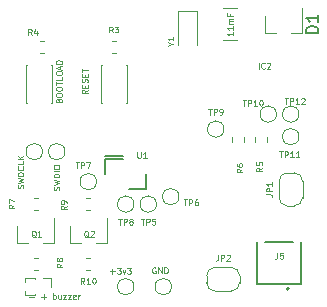
<source format=gbr>
G04 #@! TF.GenerationSoftware,KiCad,Pcbnew,(5.0.0-rc2-200-g1f6f76beb)*
G04 #@! TF.CreationDate,2020-02-25T20:58:18-05:00*
G04 #@! TF.ProjectId,watch-logic,77617463682D6C6F6769632E6B696361,rev?*
G04 #@! TF.SameCoordinates,Original*
G04 #@! TF.FileFunction,Legend,Top*
G04 #@! TF.FilePolarity,Positive*
%FSLAX46Y46*%
G04 Gerber Fmt 4.6, Leading zero omitted, Abs format (unit mm)*
G04 Created by KiCad (PCBNEW (5.0.0-rc2-200-g1f6f76beb)) date Tue Feb 25 20:58:18 2020*
%MOMM*%
%LPD*%
G01*
G04 APERTURE LIST*
%ADD10C,0.125000*%
%ADD11C,0.120000*%
%ADD12C,0.150000*%
%ADD13C,0.200000*%
%ADD14C,0.127000*%
G04 APERTURE END LIST*
D10*
X181785390Y-114333257D02*
X181785390Y-114618971D01*
X181785390Y-114476114D02*
X181285390Y-114476114D01*
X181356819Y-114523733D01*
X181404438Y-114571352D01*
X181428247Y-114618971D01*
X181785390Y-113857066D02*
X181785390Y-114142780D01*
X181785390Y-113999923D02*
X181285390Y-113999923D01*
X181356819Y-114047542D01*
X181404438Y-114095161D01*
X181428247Y-114142780D01*
X181785390Y-113642780D02*
X181452057Y-113642780D01*
X181499676Y-113642780D02*
X181475866Y-113618971D01*
X181452057Y-113571352D01*
X181452057Y-113499923D01*
X181475866Y-113452304D01*
X181523485Y-113428495D01*
X181785390Y-113428495D01*
X181523485Y-113428495D02*
X181475866Y-113404685D01*
X181452057Y-113357066D01*
X181452057Y-113285638D01*
X181475866Y-113238019D01*
X181523485Y-113214209D01*
X181785390Y-113214209D01*
X181523485Y-112809447D02*
X181523485Y-112976114D01*
X181785390Y-112976114D02*
X181285390Y-112976114D01*
X181285390Y-112738019D01*
X169491790Y-119242590D02*
X169253695Y-119409257D01*
X169491790Y-119528304D02*
X168991790Y-119528304D01*
X168991790Y-119337828D01*
X169015600Y-119290209D01*
X169039409Y-119266400D01*
X169087028Y-119242590D01*
X169158457Y-119242590D01*
X169206076Y-119266400D01*
X169229885Y-119290209D01*
X169253695Y-119337828D01*
X169253695Y-119528304D01*
X169229885Y-119028304D02*
X169229885Y-118861638D01*
X169491790Y-118790209D02*
X169491790Y-119028304D01*
X168991790Y-119028304D01*
X168991790Y-118790209D01*
X169467980Y-118599733D02*
X169491790Y-118528304D01*
X169491790Y-118409257D01*
X169467980Y-118361638D01*
X169444171Y-118337828D01*
X169396552Y-118314019D01*
X169348933Y-118314019D01*
X169301314Y-118337828D01*
X169277504Y-118361638D01*
X169253695Y-118409257D01*
X169229885Y-118504495D01*
X169206076Y-118552114D01*
X169182266Y-118575923D01*
X169134647Y-118599733D01*
X169087028Y-118599733D01*
X169039409Y-118575923D01*
X169015600Y-118552114D01*
X168991790Y-118504495D01*
X168991790Y-118385447D01*
X169015600Y-118314019D01*
X169229885Y-118099733D02*
X169229885Y-117933066D01*
X169491790Y-117861638D02*
X169491790Y-118099733D01*
X168991790Y-118099733D01*
X168991790Y-117861638D01*
X168991790Y-117718780D02*
X168991790Y-117433066D01*
X169491790Y-117575923D02*
X168991790Y-117575923D01*
X167045485Y-120123542D02*
X167069295Y-120052114D01*
X167093104Y-120028304D01*
X167140723Y-120004495D01*
X167212152Y-120004495D01*
X167259771Y-120028304D01*
X167283580Y-120052114D01*
X167307390Y-120099733D01*
X167307390Y-120290209D01*
X166807390Y-120290209D01*
X166807390Y-120123542D01*
X166831200Y-120075923D01*
X166855009Y-120052114D01*
X166902628Y-120028304D01*
X166950247Y-120028304D01*
X166997866Y-120052114D01*
X167021676Y-120075923D01*
X167045485Y-120123542D01*
X167045485Y-120290209D01*
X166807390Y-119694971D02*
X166807390Y-119599733D01*
X166831200Y-119552114D01*
X166878819Y-119504495D01*
X166974057Y-119480685D01*
X167140723Y-119480685D01*
X167235961Y-119504495D01*
X167283580Y-119552114D01*
X167307390Y-119599733D01*
X167307390Y-119694971D01*
X167283580Y-119742590D01*
X167235961Y-119790209D01*
X167140723Y-119814019D01*
X166974057Y-119814019D01*
X166878819Y-119790209D01*
X166831200Y-119742590D01*
X166807390Y-119694971D01*
X166807390Y-119171161D02*
X166807390Y-119075923D01*
X166831200Y-119028304D01*
X166878819Y-118980685D01*
X166974057Y-118956876D01*
X167140723Y-118956876D01*
X167235961Y-118980685D01*
X167283580Y-119028304D01*
X167307390Y-119075923D01*
X167307390Y-119171161D01*
X167283580Y-119218780D01*
X167235961Y-119266400D01*
X167140723Y-119290209D01*
X166974057Y-119290209D01*
X166878819Y-119266400D01*
X166831200Y-119218780D01*
X166807390Y-119171161D01*
X166807390Y-118814019D02*
X166807390Y-118528304D01*
X167307390Y-118671161D02*
X166807390Y-118671161D01*
X167307390Y-118123542D02*
X167307390Y-118361638D01*
X166807390Y-118361638D01*
X166807390Y-117861638D02*
X166807390Y-117766400D01*
X166831200Y-117718780D01*
X166878819Y-117671161D01*
X166974057Y-117647352D01*
X167140723Y-117647352D01*
X167235961Y-117671161D01*
X167283580Y-117718780D01*
X167307390Y-117766400D01*
X167307390Y-117861638D01*
X167283580Y-117909257D01*
X167235961Y-117956876D01*
X167140723Y-117980685D01*
X166974057Y-117980685D01*
X166878819Y-117956876D01*
X166831200Y-117909257D01*
X166807390Y-117861638D01*
X167164533Y-117456876D02*
X167164533Y-117218780D01*
X167307390Y-117504495D02*
X166807390Y-117337828D01*
X167307390Y-117171161D01*
X167307390Y-117004495D02*
X166807390Y-117004495D01*
X166807390Y-116885447D01*
X166831200Y-116814019D01*
X166878819Y-116766400D01*
X166926438Y-116742590D01*
X167021676Y-116718780D01*
X167093104Y-116718780D01*
X167188342Y-116742590D01*
X167235961Y-116766400D01*
X167283580Y-116814019D01*
X167307390Y-116885447D01*
X167307390Y-117004495D01*
X167080380Y-127703923D02*
X167104190Y-127632495D01*
X167104190Y-127513447D01*
X167080380Y-127465828D01*
X167056571Y-127442019D01*
X167008952Y-127418209D01*
X166961333Y-127418209D01*
X166913714Y-127442019D01*
X166889904Y-127465828D01*
X166866095Y-127513447D01*
X166842285Y-127608685D01*
X166818476Y-127656304D01*
X166794666Y-127680114D01*
X166747047Y-127703923D01*
X166699428Y-127703923D01*
X166651809Y-127680114D01*
X166628000Y-127656304D01*
X166604190Y-127608685D01*
X166604190Y-127489638D01*
X166628000Y-127418209D01*
X166604190Y-127251542D02*
X167104190Y-127132495D01*
X166747047Y-127037257D01*
X167104190Y-126942019D01*
X166604190Y-126822971D01*
X167104190Y-126632495D02*
X166604190Y-126632495D01*
X166604190Y-126513447D01*
X166628000Y-126442019D01*
X166675619Y-126394400D01*
X166723238Y-126370590D01*
X166818476Y-126346780D01*
X166889904Y-126346780D01*
X166985142Y-126370590D01*
X167032761Y-126394400D01*
X167080380Y-126442019D01*
X167104190Y-126513447D01*
X167104190Y-126632495D01*
X167104190Y-126132495D02*
X166604190Y-126132495D01*
X166604190Y-125799161D02*
X166604190Y-125703923D01*
X166628000Y-125656304D01*
X166675619Y-125608685D01*
X166770857Y-125584876D01*
X166937523Y-125584876D01*
X167032761Y-125608685D01*
X167080380Y-125656304D01*
X167104190Y-125703923D01*
X167104190Y-125799161D01*
X167080380Y-125846780D01*
X167032761Y-125894400D01*
X166937523Y-125918209D01*
X166770857Y-125918209D01*
X166675619Y-125894400D01*
X166628000Y-125846780D01*
X166604190Y-125799161D01*
X164032380Y-127568152D02*
X164056190Y-127496723D01*
X164056190Y-127377676D01*
X164032380Y-127330057D01*
X164008571Y-127306247D01*
X163960952Y-127282438D01*
X163913333Y-127282438D01*
X163865714Y-127306247D01*
X163841904Y-127330057D01*
X163818095Y-127377676D01*
X163794285Y-127472914D01*
X163770476Y-127520533D01*
X163746666Y-127544342D01*
X163699047Y-127568152D01*
X163651428Y-127568152D01*
X163603809Y-127544342D01*
X163580000Y-127520533D01*
X163556190Y-127472914D01*
X163556190Y-127353866D01*
X163580000Y-127282438D01*
X163556190Y-127115771D02*
X164056190Y-126996723D01*
X163699047Y-126901485D01*
X164056190Y-126806247D01*
X163556190Y-126687200D01*
X164056190Y-126496723D02*
X163556190Y-126496723D01*
X163556190Y-126377676D01*
X163580000Y-126306247D01*
X163627619Y-126258628D01*
X163675238Y-126234819D01*
X163770476Y-126211009D01*
X163841904Y-126211009D01*
X163937142Y-126234819D01*
X163984761Y-126258628D01*
X164032380Y-126306247D01*
X164056190Y-126377676D01*
X164056190Y-126496723D01*
X164008571Y-125711009D02*
X164032380Y-125734819D01*
X164056190Y-125806247D01*
X164056190Y-125853866D01*
X164032380Y-125925295D01*
X163984761Y-125972914D01*
X163937142Y-125996723D01*
X163841904Y-126020533D01*
X163770476Y-126020533D01*
X163675238Y-125996723D01*
X163627619Y-125972914D01*
X163580000Y-125925295D01*
X163556190Y-125853866D01*
X163556190Y-125806247D01*
X163580000Y-125734819D01*
X163603809Y-125711009D01*
X164056190Y-125258628D02*
X164056190Y-125496723D01*
X163556190Y-125496723D01*
X164056190Y-125091961D02*
X163556190Y-125091961D01*
X164056190Y-124806247D02*
X163770476Y-125020533D01*
X163556190Y-124806247D02*
X163841904Y-125091961D01*
X164567657Y-136738514D02*
X164948609Y-136738514D01*
X165567657Y-136738514D02*
X165948609Y-136738514D01*
X165758133Y-136928990D02*
X165758133Y-136548038D01*
X166567657Y-136928990D02*
X166567657Y-136428990D01*
X166567657Y-136619466D02*
X166615276Y-136595657D01*
X166710514Y-136595657D01*
X166758133Y-136619466D01*
X166781942Y-136643276D01*
X166805752Y-136690895D01*
X166805752Y-136833752D01*
X166781942Y-136881371D01*
X166758133Y-136905180D01*
X166710514Y-136928990D01*
X166615276Y-136928990D01*
X166567657Y-136905180D01*
X167234323Y-136595657D02*
X167234323Y-136928990D01*
X167020038Y-136595657D02*
X167020038Y-136857561D01*
X167043847Y-136905180D01*
X167091466Y-136928990D01*
X167162895Y-136928990D01*
X167210514Y-136905180D01*
X167234323Y-136881371D01*
X167424800Y-136595657D02*
X167686704Y-136595657D01*
X167424800Y-136928990D01*
X167686704Y-136928990D01*
X167829561Y-136595657D02*
X168091466Y-136595657D01*
X167829561Y-136928990D01*
X168091466Y-136928990D01*
X168472419Y-136905180D02*
X168424800Y-136928990D01*
X168329561Y-136928990D01*
X168281942Y-136905180D01*
X168258133Y-136857561D01*
X168258133Y-136667085D01*
X168281942Y-136619466D01*
X168329561Y-136595657D01*
X168424800Y-136595657D01*
X168472419Y-136619466D01*
X168496228Y-136667085D01*
X168496228Y-136714704D01*
X168258133Y-136762323D01*
X168710514Y-136928990D02*
X168710514Y-136595657D01*
X168710514Y-136690895D02*
X168734323Y-136643276D01*
X168758133Y-136619466D01*
X168805752Y-136595657D01*
X168853371Y-136595657D01*
X175234647Y-134268400D02*
X175187028Y-134244590D01*
X175115600Y-134244590D01*
X175044171Y-134268400D01*
X174996552Y-134316019D01*
X174972742Y-134363638D01*
X174948933Y-134458876D01*
X174948933Y-134530304D01*
X174972742Y-134625542D01*
X174996552Y-134673161D01*
X175044171Y-134720780D01*
X175115600Y-134744590D01*
X175163219Y-134744590D01*
X175234647Y-134720780D01*
X175258457Y-134696971D01*
X175258457Y-134530304D01*
X175163219Y-134530304D01*
X175472742Y-134744590D02*
X175472742Y-134244590D01*
X175758457Y-134744590D01*
X175758457Y-134244590D01*
X175996552Y-134744590D02*
X175996552Y-134244590D01*
X176115600Y-134244590D01*
X176187028Y-134268400D01*
X176234647Y-134316019D01*
X176258457Y-134363638D01*
X176282266Y-134458876D01*
X176282266Y-134530304D01*
X176258457Y-134625542D01*
X176234647Y-134673161D01*
X176187028Y-134720780D01*
X176115600Y-134744590D01*
X175996552Y-134744590D01*
X171405657Y-134604914D02*
X171786609Y-134604914D01*
X171596133Y-134795390D02*
X171596133Y-134414438D01*
X171977085Y-134295390D02*
X172286609Y-134295390D01*
X172119942Y-134485866D01*
X172191371Y-134485866D01*
X172238990Y-134509676D01*
X172262800Y-134533485D01*
X172286609Y-134581104D01*
X172286609Y-134700152D01*
X172262800Y-134747771D01*
X172238990Y-134771580D01*
X172191371Y-134795390D01*
X172048514Y-134795390D01*
X172000895Y-134771580D01*
X171977085Y-134747771D01*
X172453276Y-134462057D02*
X172572323Y-134795390D01*
X172691371Y-134462057D01*
X172834228Y-134295390D02*
X173143752Y-134295390D01*
X172977085Y-134485866D01*
X173048514Y-134485866D01*
X173096133Y-134509676D01*
X173119942Y-134533485D01*
X173143752Y-134581104D01*
X173143752Y-134700152D01*
X173119942Y-134747771D01*
X173096133Y-134771580D01*
X173048514Y-134795390D01*
X172905657Y-134795390D01*
X172858038Y-134771580D01*
X172834228Y-134747771D01*
D11*
G04 #@! TO.C,Y1*
X178727000Y-115409000D02*
X178727000Y-112559000D01*
X178727000Y-112559000D02*
X177127000Y-112559000D01*
X177127000Y-112559000D02*
X177127000Y-115409000D01*
G04 #@! TO.C,C1*
X182121564Y-115025000D02*
X180917436Y-115025000D01*
X182121564Y-112305000D02*
X180917436Y-112305000D01*
G04 #@! TO.C,J3*
X164175000Y-135195000D02*
X164175000Y-135495507D01*
X164175000Y-136284493D02*
X164175000Y-136585000D01*
X165050000Y-135195000D02*
X164175000Y-135195000D01*
X165050000Y-136585000D02*
X164175000Y-136585000D01*
X165050000Y-135195000D02*
X165050000Y-135281724D01*
X165050000Y-136498276D02*
X165050000Y-136585000D01*
X165735000Y-135195000D02*
X166420000Y-135195000D01*
X166420000Y-135195000D02*
X166420000Y-135890000D01*
G04 #@! TO.C,JP1*
X185690000Y-128350000D02*
X185690000Y-126950000D01*
X186390000Y-126250000D02*
X186990000Y-126250000D01*
X187690000Y-126950000D02*
X187690000Y-128350000D01*
X186990000Y-129050000D02*
X186390000Y-129050000D01*
X186390000Y-129050000D02*
G75*
G02X185690000Y-128350000I0J700000D01*
G01*
X187690000Y-128350000D02*
G75*
G02X186990000Y-129050000I-700000J0D01*
G01*
X186990000Y-126250000D02*
G75*
G02X187690000Y-126950000I0J-700000D01*
G01*
X185690000Y-126950000D02*
G75*
G02X186390000Y-126250000I700000J0D01*
G01*
G04 #@! TO.C,JP2*
X181660000Y-134255000D02*
G75*
G02X182360000Y-134955000I0J-700000D01*
G01*
X182360000Y-135555000D02*
G75*
G02X181660000Y-136255000I-700000J0D01*
G01*
X180260000Y-136255000D02*
G75*
G02X179560000Y-135555000I0J700000D01*
G01*
X179560000Y-134955000D02*
G75*
G02X180260000Y-134255000I700000J0D01*
G01*
X179560000Y-135555000D02*
X179560000Y-134955000D01*
X181660000Y-136255000D02*
X180260000Y-136255000D01*
X182360000Y-134955000D02*
X182360000Y-135555000D01*
X180260000Y-134255000D02*
X181660000Y-134255000D01*
G04 #@! TO.C,Q1*
X163520000Y-132205000D02*
X164450000Y-132205000D01*
X166680000Y-132205000D02*
X165750000Y-132205000D01*
X166680000Y-132205000D02*
X166680000Y-130045000D01*
X163520000Y-132205000D02*
X163520000Y-130745000D01*
G04 #@! TO.C,Q2*
X167965000Y-132205000D02*
X167965000Y-130745000D01*
X171125000Y-132205000D02*
X171125000Y-130045000D01*
X171125000Y-132205000D02*
X170195000Y-132205000D01*
X167965000Y-132205000D02*
X168895000Y-132205000D01*
G04 #@! TO.C,R3*
X171532733Y-116080000D02*
X171875267Y-116080000D01*
X171532733Y-115060000D02*
X171875267Y-115060000D01*
G04 #@! TO.C,R4*
X165765267Y-116080000D02*
X165422733Y-116080000D01*
X165765267Y-115060000D02*
X165422733Y-115060000D01*
G04 #@! TO.C,R5*
X183640000Y-123601267D02*
X183640000Y-123258733D01*
X184660000Y-123601267D02*
X184660000Y-123258733D01*
G04 #@! TO.C,R6*
X182755000Y-123601267D02*
X182755000Y-123258733D01*
X181735000Y-123601267D02*
X181735000Y-123258733D01*
G04 #@! TO.C,R7*
X164928733Y-129415000D02*
X165271267Y-129415000D01*
X164928733Y-128395000D02*
X165271267Y-128395000D01*
G04 #@! TO.C,R8*
X164928733Y-133475000D02*
X165271267Y-133475000D01*
X164928733Y-134495000D02*
X165271267Y-134495000D01*
G04 #@! TO.C,R9*
X169373733Y-129415000D02*
X169716267Y-129415000D01*
X169373733Y-128395000D02*
X169716267Y-128395000D01*
G04 #@! TO.C,R10*
X169716267Y-134495000D02*
X169373733Y-134495000D01*
X169716267Y-133475000D02*
X169373733Y-133475000D01*
G04 #@! TO.C,SW_BOOT1*
X166474000Y-117125000D02*
X166474000Y-120365000D01*
X166474000Y-120365000D02*
X166374000Y-120365000D01*
X166474000Y-117125000D02*
X166374000Y-117125000D01*
X164234000Y-117125000D02*
X164234000Y-120365000D01*
X164334000Y-120365000D02*
X164234000Y-120365000D01*
X164334000Y-117125000D02*
X164234000Y-117125000D01*
G04 #@! TO.C,SW_RESET1*
X172724000Y-120365000D02*
X172824000Y-120365000D01*
X172724000Y-117125000D02*
X172824000Y-117125000D01*
X172824000Y-120365000D02*
X172824000Y-117125000D01*
X170584000Y-120365000D02*
X170684000Y-120365000D01*
X170584000Y-117125000D02*
X170684000Y-117125000D01*
X170584000Y-120365000D02*
X170584000Y-117125000D01*
G04 #@! TO.C,TP1*
X173420000Y-135890000D02*
G75*
G03X173420000Y-135890000I-700000J0D01*
G01*
G04 #@! TO.C,TP2*
X176595000Y-135890000D02*
G75*
G03X176595000Y-135890000I-700000J0D01*
G01*
G04 #@! TO.C,TP3*
X165673000Y-124460000D02*
G75*
G03X165673000Y-124460000I-700000J0D01*
G01*
G04 #@! TO.C,TP4*
X167578000Y-124460000D02*
G75*
G03X167578000Y-124460000I-700000J0D01*
G01*
G04 #@! TO.C,TP5*
X175325000Y-128905000D02*
G75*
G03X175325000Y-128905000I-700000J0D01*
G01*
G04 #@! TO.C,TP6*
X177230000Y-128270000D02*
G75*
G03X177230000Y-128270000I-700000J0D01*
G01*
G04 #@! TO.C,TP7*
X170245000Y-127000000D02*
G75*
G03X170245000Y-127000000I-700000J0D01*
G01*
G04 #@! TO.C,TP8*
X173420000Y-128905000D02*
G75*
G03X173420000Y-128905000I-700000J0D01*
G01*
G04 #@! TO.C,TP9*
X181040000Y-122555000D02*
G75*
G03X181040000Y-122555000I-700000J0D01*
G01*
G04 #@! TO.C,TP10*
X185485000Y-121285000D02*
G75*
G03X185485000Y-121285000I-700000J0D01*
G01*
G04 #@! TO.C,TP11*
X187390000Y-123190000D02*
G75*
G03X187390000Y-123190000I-700000J0D01*
G01*
G04 #@! TO.C,TP12*
X187390000Y-121285000D02*
G75*
G03X187390000Y-121285000I-700000J0D01*
G01*
D12*
G04 #@! TO.C,U1*
X172470000Y-125115000D02*
X170970000Y-125115000D01*
X170970000Y-125115000D02*
X170970000Y-126365000D01*
D13*
X170970000Y-124865000D02*
X172470000Y-124865000D01*
D12*
X172970000Y-127615000D02*
X174470000Y-127615000D01*
X174470000Y-127615000D02*
X174470000Y-126365000D01*
D14*
G04 #@! TO.C,J5*
X187524000Y-132078200D02*
X187524000Y-135678200D01*
X187524000Y-135678200D02*
X183824000Y-135678200D01*
X183824000Y-135678200D02*
X183824000Y-132078200D01*
X186874000Y-132078200D02*
X184474000Y-132078200D01*
D13*
X186524000Y-136055200D02*
G75*
G03X186524000Y-136055200I-100000J0D01*
G01*
D11*
G04 #@! TO.C,D1*
X184475000Y-114425000D02*
X185405000Y-114425000D01*
X187635000Y-114425000D02*
X186705000Y-114425000D01*
X187635000Y-114425000D02*
X187635000Y-112265000D01*
X184475000Y-114425000D02*
X184475000Y-112965000D01*
G04 #@! TO.C,Y1*
D10*
X176518095Y-115350895D02*
X176756190Y-115350895D01*
X176256190Y-115517561D02*
X176518095Y-115350895D01*
X176256190Y-115184228D01*
X176756190Y-114755657D02*
X176756190Y-115041371D01*
X176756190Y-114898514D02*
X176256190Y-114898514D01*
X176327619Y-114946133D01*
X176375238Y-114993752D01*
X176399047Y-115041371D01*
G04 #@! TO.C,IC2*
X183966704Y-117421790D02*
X183966704Y-116921790D01*
X184490514Y-117374171D02*
X184466704Y-117397980D01*
X184395276Y-117421790D01*
X184347657Y-117421790D01*
X184276228Y-117397980D01*
X184228609Y-117350361D01*
X184204800Y-117302742D01*
X184180990Y-117207504D01*
X184180990Y-117136076D01*
X184204800Y-117040838D01*
X184228609Y-116993219D01*
X184276228Y-116945600D01*
X184347657Y-116921790D01*
X184395276Y-116921790D01*
X184466704Y-116945600D01*
X184490514Y-116969409D01*
X184680990Y-116969409D02*
X184704800Y-116945600D01*
X184752419Y-116921790D01*
X184871466Y-116921790D01*
X184919085Y-116945600D01*
X184942895Y-116969409D01*
X184966704Y-117017028D01*
X184966704Y-117064647D01*
X184942895Y-117136076D01*
X184657180Y-117421790D01*
X184966704Y-117421790D01*
G04 #@! TO.C,JP1*
X184616190Y-128066666D02*
X184973333Y-128066666D01*
X185044761Y-128090476D01*
X185092380Y-128138095D01*
X185116190Y-128209523D01*
X185116190Y-128257142D01*
X185116190Y-127828571D02*
X184616190Y-127828571D01*
X184616190Y-127638095D01*
X184640000Y-127590476D01*
X184663809Y-127566666D01*
X184711428Y-127542857D01*
X184782857Y-127542857D01*
X184830476Y-127566666D01*
X184854285Y-127590476D01*
X184878095Y-127638095D01*
X184878095Y-127828571D01*
X185116190Y-127066666D02*
X185116190Y-127352380D01*
X185116190Y-127209523D02*
X184616190Y-127209523D01*
X184687619Y-127257142D01*
X184735238Y-127304761D01*
X184759047Y-127352380D01*
G04 #@! TO.C,JP2*
X180543333Y-133181190D02*
X180543333Y-133538333D01*
X180519523Y-133609761D01*
X180471904Y-133657380D01*
X180400476Y-133681190D01*
X180352857Y-133681190D01*
X180781428Y-133681190D02*
X180781428Y-133181190D01*
X180971904Y-133181190D01*
X181019523Y-133205000D01*
X181043333Y-133228809D01*
X181067142Y-133276428D01*
X181067142Y-133347857D01*
X181043333Y-133395476D01*
X181019523Y-133419285D01*
X180971904Y-133443095D01*
X180781428Y-133443095D01*
X181257619Y-133228809D02*
X181281428Y-133205000D01*
X181329047Y-133181190D01*
X181448095Y-133181190D01*
X181495714Y-133205000D01*
X181519523Y-133228809D01*
X181543333Y-133276428D01*
X181543333Y-133324047D01*
X181519523Y-133395476D01*
X181233809Y-133681190D01*
X181543333Y-133681190D01*
G04 #@! TO.C,Q1*
X165103180Y-131693409D02*
X165055561Y-131669600D01*
X165007942Y-131621980D01*
X164936514Y-131550552D01*
X164888895Y-131526742D01*
X164841276Y-131526742D01*
X164865085Y-131645790D02*
X164817466Y-131621980D01*
X164769847Y-131574361D01*
X164746038Y-131479123D01*
X164746038Y-131312457D01*
X164769847Y-131217219D01*
X164817466Y-131169600D01*
X164865085Y-131145790D01*
X164960323Y-131145790D01*
X165007942Y-131169600D01*
X165055561Y-131217219D01*
X165079371Y-131312457D01*
X165079371Y-131479123D01*
X165055561Y-131574361D01*
X165007942Y-131621980D01*
X164960323Y-131645790D01*
X164865085Y-131645790D01*
X165555561Y-131645790D02*
X165269847Y-131645790D01*
X165412704Y-131645790D02*
X165412704Y-131145790D01*
X165365085Y-131217219D01*
X165317466Y-131264838D01*
X165269847Y-131288647D01*
G04 #@! TO.C,Q2*
X169573580Y-131718809D02*
X169525961Y-131695000D01*
X169478342Y-131647380D01*
X169406914Y-131575952D01*
X169359295Y-131552142D01*
X169311676Y-131552142D01*
X169335485Y-131671190D02*
X169287866Y-131647380D01*
X169240247Y-131599761D01*
X169216438Y-131504523D01*
X169216438Y-131337857D01*
X169240247Y-131242619D01*
X169287866Y-131195000D01*
X169335485Y-131171190D01*
X169430723Y-131171190D01*
X169478342Y-131195000D01*
X169525961Y-131242619D01*
X169549771Y-131337857D01*
X169549771Y-131504523D01*
X169525961Y-131599761D01*
X169478342Y-131647380D01*
X169430723Y-131671190D01*
X169335485Y-131671190D01*
X169740247Y-131218809D02*
X169764057Y-131195000D01*
X169811676Y-131171190D01*
X169930723Y-131171190D01*
X169978342Y-131195000D01*
X170002152Y-131218809D01*
X170025961Y-131266428D01*
X170025961Y-131314047D01*
X170002152Y-131385476D01*
X169716438Y-131671190D01*
X170025961Y-131671190D01*
G04 #@! TO.C,R3*
X171620666Y-114366190D02*
X171454000Y-114128095D01*
X171334952Y-114366190D02*
X171334952Y-113866190D01*
X171525428Y-113866190D01*
X171573047Y-113890000D01*
X171596857Y-113913809D01*
X171620666Y-113961428D01*
X171620666Y-114032857D01*
X171596857Y-114080476D01*
X171573047Y-114104285D01*
X171525428Y-114128095D01*
X171334952Y-114128095D01*
X171787333Y-113866190D02*
X172096857Y-113866190D01*
X171930190Y-114056666D01*
X172001619Y-114056666D01*
X172049238Y-114080476D01*
X172073047Y-114104285D01*
X172096857Y-114151904D01*
X172096857Y-114270952D01*
X172073047Y-114318571D01*
X172049238Y-114342380D01*
X172001619Y-114366190D01*
X171858761Y-114366190D01*
X171811142Y-114342380D01*
X171787333Y-114318571D01*
G04 #@! TO.C,R4*
X164762666Y-114576990D02*
X164596000Y-114338895D01*
X164476952Y-114576990D02*
X164476952Y-114076990D01*
X164667428Y-114076990D01*
X164715047Y-114100800D01*
X164738857Y-114124609D01*
X164762666Y-114172228D01*
X164762666Y-114243657D01*
X164738857Y-114291276D01*
X164715047Y-114315085D01*
X164667428Y-114338895D01*
X164476952Y-114338895D01*
X165191238Y-114243657D02*
X165191238Y-114576990D01*
X165072190Y-114053180D02*
X164953142Y-114410323D01*
X165262666Y-114410323D01*
G04 #@! TO.C,R5*
X184274590Y-125813333D02*
X184036495Y-125980000D01*
X184274590Y-126099047D02*
X183774590Y-126099047D01*
X183774590Y-125908571D01*
X183798400Y-125860952D01*
X183822209Y-125837142D01*
X183869828Y-125813333D01*
X183941257Y-125813333D01*
X183988876Y-125837142D01*
X184012685Y-125860952D01*
X184036495Y-125908571D01*
X184036495Y-126099047D01*
X183774590Y-125360952D02*
X183774590Y-125599047D01*
X184012685Y-125622857D01*
X183988876Y-125599047D01*
X183965066Y-125551428D01*
X183965066Y-125432380D01*
X183988876Y-125384761D01*
X184012685Y-125360952D01*
X184060304Y-125337142D01*
X184179352Y-125337142D01*
X184226971Y-125360952D01*
X184250780Y-125384761D01*
X184274590Y-125432380D01*
X184274590Y-125551428D01*
X184250780Y-125599047D01*
X184226971Y-125622857D01*
G04 #@! TO.C,R6*
X182598190Y-125914933D02*
X182360095Y-126081600D01*
X182598190Y-126200647D02*
X182098190Y-126200647D01*
X182098190Y-126010171D01*
X182122000Y-125962552D01*
X182145809Y-125938742D01*
X182193428Y-125914933D01*
X182264857Y-125914933D01*
X182312476Y-125938742D01*
X182336285Y-125962552D01*
X182360095Y-126010171D01*
X182360095Y-126200647D01*
X182098190Y-125486361D02*
X182098190Y-125581600D01*
X182122000Y-125629219D01*
X182145809Y-125653028D01*
X182217238Y-125700647D01*
X182312476Y-125724457D01*
X182502952Y-125724457D01*
X182550571Y-125700647D01*
X182574380Y-125676838D01*
X182598190Y-125629219D01*
X182598190Y-125533980D01*
X182574380Y-125486361D01*
X182550571Y-125462552D01*
X182502952Y-125438742D01*
X182383904Y-125438742D01*
X182336285Y-125462552D01*
X182312476Y-125486361D01*
X182288666Y-125533980D01*
X182288666Y-125629219D01*
X182312476Y-125676838D01*
X182336285Y-125700647D01*
X182383904Y-125724457D01*
G04 #@! TO.C,R7*
X163294190Y-128962933D02*
X163056095Y-129129600D01*
X163294190Y-129248647D02*
X162794190Y-129248647D01*
X162794190Y-129058171D01*
X162818000Y-129010552D01*
X162841809Y-128986742D01*
X162889428Y-128962933D01*
X162960857Y-128962933D01*
X163008476Y-128986742D01*
X163032285Y-129010552D01*
X163056095Y-129058171D01*
X163056095Y-129248647D01*
X162794190Y-128796266D02*
X162794190Y-128462933D01*
X163294190Y-128677219D01*
G04 #@! TO.C,R8*
X167358190Y-133941333D02*
X167120095Y-134108000D01*
X167358190Y-134227047D02*
X166858190Y-134227047D01*
X166858190Y-134036571D01*
X166882000Y-133988952D01*
X166905809Y-133965142D01*
X166953428Y-133941333D01*
X167024857Y-133941333D01*
X167072476Y-133965142D01*
X167096285Y-133988952D01*
X167120095Y-134036571D01*
X167120095Y-134227047D01*
X167072476Y-133655619D02*
X167048666Y-133703238D01*
X167024857Y-133727047D01*
X166977238Y-133750857D01*
X166953428Y-133750857D01*
X166905809Y-133727047D01*
X166882000Y-133703238D01*
X166858190Y-133655619D01*
X166858190Y-133560380D01*
X166882000Y-133512761D01*
X166905809Y-133488952D01*
X166953428Y-133465142D01*
X166977238Y-133465142D01*
X167024857Y-133488952D01*
X167048666Y-133512761D01*
X167072476Y-133560380D01*
X167072476Y-133655619D01*
X167096285Y-133703238D01*
X167120095Y-133727047D01*
X167167714Y-133750857D01*
X167262952Y-133750857D01*
X167310571Y-133727047D01*
X167334380Y-133703238D01*
X167358190Y-133655619D01*
X167358190Y-133560380D01*
X167334380Y-133512761D01*
X167310571Y-133488952D01*
X167262952Y-133465142D01*
X167167714Y-133465142D01*
X167120095Y-133488952D01*
X167096285Y-133512761D01*
X167072476Y-133560380D01*
G04 #@! TO.C,R9*
X167713790Y-129064533D02*
X167475695Y-129231200D01*
X167713790Y-129350247D02*
X167213790Y-129350247D01*
X167213790Y-129159771D01*
X167237600Y-129112152D01*
X167261409Y-129088342D01*
X167309028Y-129064533D01*
X167380457Y-129064533D01*
X167428076Y-129088342D01*
X167451885Y-129112152D01*
X167475695Y-129159771D01*
X167475695Y-129350247D01*
X167713790Y-128826438D02*
X167713790Y-128731200D01*
X167689980Y-128683580D01*
X167666171Y-128659771D01*
X167594742Y-128612152D01*
X167499504Y-128588342D01*
X167309028Y-128588342D01*
X167261409Y-128612152D01*
X167237600Y-128635961D01*
X167213790Y-128683580D01*
X167213790Y-128778819D01*
X167237600Y-128826438D01*
X167261409Y-128850247D01*
X167309028Y-128874057D01*
X167428076Y-128874057D01*
X167475695Y-128850247D01*
X167499504Y-128826438D01*
X167523314Y-128778819D01*
X167523314Y-128683580D01*
X167499504Y-128635961D01*
X167475695Y-128612152D01*
X167428076Y-128588342D01*
G04 #@! TO.C,R10*
X169223571Y-135641190D02*
X169056904Y-135403095D01*
X168937857Y-135641190D02*
X168937857Y-135141190D01*
X169128333Y-135141190D01*
X169175952Y-135165000D01*
X169199761Y-135188809D01*
X169223571Y-135236428D01*
X169223571Y-135307857D01*
X169199761Y-135355476D01*
X169175952Y-135379285D01*
X169128333Y-135403095D01*
X168937857Y-135403095D01*
X169699761Y-135641190D02*
X169414047Y-135641190D01*
X169556904Y-135641190D02*
X169556904Y-135141190D01*
X169509285Y-135212619D01*
X169461666Y-135260238D01*
X169414047Y-135284047D01*
X170009285Y-135141190D02*
X170056904Y-135141190D01*
X170104523Y-135165000D01*
X170128333Y-135188809D01*
X170152142Y-135236428D01*
X170175952Y-135331666D01*
X170175952Y-135450714D01*
X170152142Y-135545952D01*
X170128333Y-135593571D01*
X170104523Y-135617380D01*
X170056904Y-135641190D01*
X170009285Y-135641190D01*
X169961666Y-135617380D01*
X169937857Y-135593571D01*
X169914047Y-135545952D01*
X169890238Y-135450714D01*
X169890238Y-135331666D01*
X169914047Y-135236428D01*
X169937857Y-135188809D01*
X169961666Y-135165000D01*
X170009285Y-135141190D01*
G04 #@! TO.C,TP5*
X174019447Y-130129790D02*
X174305161Y-130129790D01*
X174162304Y-130629790D02*
X174162304Y-130129790D01*
X174471828Y-130629790D02*
X174471828Y-130129790D01*
X174662304Y-130129790D01*
X174709923Y-130153600D01*
X174733733Y-130177409D01*
X174757542Y-130225028D01*
X174757542Y-130296457D01*
X174733733Y-130344076D01*
X174709923Y-130367885D01*
X174662304Y-130391695D01*
X174471828Y-130391695D01*
X175209923Y-130129790D02*
X174971828Y-130129790D01*
X174948019Y-130367885D01*
X174971828Y-130344076D01*
X175019447Y-130320266D01*
X175138495Y-130320266D01*
X175186114Y-130344076D01*
X175209923Y-130367885D01*
X175233733Y-130415504D01*
X175233733Y-130534552D01*
X175209923Y-130582171D01*
X175186114Y-130605980D01*
X175138495Y-130629790D01*
X175019447Y-130629790D01*
X174971828Y-130605980D01*
X174948019Y-130582171D01*
G04 #@! TO.C,TP6*
X177626247Y-128504190D02*
X177911961Y-128504190D01*
X177769104Y-129004190D02*
X177769104Y-128504190D01*
X178078628Y-129004190D02*
X178078628Y-128504190D01*
X178269104Y-128504190D01*
X178316723Y-128528000D01*
X178340533Y-128551809D01*
X178364342Y-128599428D01*
X178364342Y-128670857D01*
X178340533Y-128718476D01*
X178316723Y-128742285D01*
X178269104Y-128766095D01*
X178078628Y-128766095D01*
X178792914Y-128504190D02*
X178697676Y-128504190D01*
X178650057Y-128528000D01*
X178626247Y-128551809D01*
X178578628Y-128623238D01*
X178554819Y-128718476D01*
X178554819Y-128908952D01*
X178578628Y-128956571D01*
X178602438Y-128980380D01*
X178650057Y-129004190D01*
X178745295Y-129004190D01*
X178792914Y-128980380D01*
X178816723Y-128956571D01*
X178840533Y-128908952D01*
X178840533Y-128789904D01*
X178816723Y-128742285D01*
X178792914Y-128718476D01*
X178745295Y-128694666D01*
X178650057Y-128694666D01*
X178602438Y-128718476D01*
X178578628Y-128742285D01*
X178554819Y-128789904D01*
G04 #@! TO.C,TP7*
X168482247Y-125354590D02*
X168767961Y-125354590D01*
X168625104Y-125854590D02*
X168625104Y-125354590D01*
X168934628Y-125854590D02*
X168934628Y-125354590D01*
X169125104Y-125354590D01*
X169172723Y-125378400D01*
X169196533Y-125402209D01*
X169220342Y-125449828D01*
X169220342Y-125521257D01*
X169196533Y-125568876D01*
X169172723Y-125592685D01*
X169125104Y-125616495D01*
X168934628Y-125616495D01*
X169387009Y-125354590D02*
X169720342Y-125354590D01*
X169506057Y-125854590D01*
G04 #@! TO.C,TP8*
X172089047Y-130129790D02*
X172374761Y-130129790D01*
X172231904Y-130629790D02*
X172231904Y-130129790D01*
X172541428Y-130629790D02*
X172541428Y-130129790D01*
X172731904Y-130129790D01*
X172779523Y-130153600D01*
X172803333Y-130177409D01*
X172827142Y-130225028D01*
X172827142Y-130296457D01*
X172803333Y-130344076D01*
X172779523Y-130367885D01*
X172731904Y-130391695D01*
X172541428Y-130391695D01*
X173112857Y-130344076D02*
X173065238Y-130320266D01*
X173041428Y-130296457D01*
X173017619Y-130248838D01*
X173017619Y-130225028D01*
X173041428Y-130177409D01*
X173065238Y-130153600D01*
X173112857Y-130129790D01*
X173208095Y-130129790D01*
X173255714Y-130153600D01*
X173279523Y-130177409D01*
X173303333Y-130225028D01*
X173303333Y-130248838D01*
X173279523Y-130296457D01*
X173255714Y-130320266D01*
X173208095Y-130344076D01*
X173112857Y-130344076D01*
X173065238Y-130367885D01*
X173041428Y-130391695D01*
X173017619Y-130439314D01*
X173017619Y-130534552D01*
X173041428Y-130582171D01*
X173065238Y-130605980D01*
X173112857Y-130629790D01*
X173208095Y-130629790D01*
X173255714Y-130605980D01*
X173279523Y-130582171D01*
X173303333Y-130534552D01*
X173303333Y-130439314D01*
X173279523Y-130391695D01*
X173255714Y-130367885D01*
X173208095Y-130344076D01*
G04 #@! TO.C,TP9*
X179709047Y-120833190D02*
X179994761Y-120833190D01*
X179851904Y-121333190D02*
X179851904Y-120833190D01*
X180161428Y-121333190D02*
X180161428Y-120833190D01*
X180351904Y-120833190D01*
X180399523Y-120857000D01*
X180423333Y-120880809D01*
X180447142Y-120928428D01*
X180447142Y-120999857D01*
X180423333Y-121047476D01*
X180399523Y-121071285D01*
X180351904Y-121095095D01*
X180161428Y-121095095D01*
X180685238Y-121333190D02*
X180780476Y-121333190D01*
X180828095Y-121309380D01*
X180851904Y-121285571D01*
X180899523Y-121214142D01*
X180923333Y-121118904D01*
X180923333Y-120928428D01*
X180899523Y-120880809D01*
X180875714Y-120857000D01*
X180828095Y-120833190D01*
X180732857Y-120833190D01*
X180685238Y-120857000D01*
X180661428Y-120880809D01*
X180637619Y-120928428D01*
X180637619Y-121047476D01*
X180661428Y-121095095D01*
X180685238Y-121118904D01*
X180732857Y-121142714D01*
X180828095Y-121142714D01*
X180875714Y-121118904D01*
X180899523Y-121095095D01*
X180923333Y-121047476D01*
G04 #@! TO.C,TP10*
X182620552Y-120071390D02*
X182906266Y-120071390D01*
X182763409Y-120571390D02*
X182763409Y-120071390D01*
X183072933Y-120571390D02*
X183072933Y-120071390D01*
X183263409Y-120071390D01*
X183311028Y-120095200D01*
X183334838Y-120119009D01*
X183358647Y-120166628D01*
X183358647Y-120238057D01*
X183334838Y-120285676D01*
X183311028Y-120309485D01*
X183263409Y-120333295D01*
X183072933Y-120333295D01*
X183834838Y-120571390D02*
X183549123Y-120571390D01*
X183691980Y-120571390D02*
X183691980Y-120071390D01*
X183644361Y-120142819D01*
X183596742Y-120190438D01*
X183549123Y-120214247D01*
X184144361Y-120071390D02*
X184191980Y-120071390D01*
X184239600Y-120095200D01*
X184263409Y-120119009D01*
X184287219Y-120166628D01*
X184311028Y-120261866D01*
X184311028Y-120380914D01*
X184287219Y-120476152D01*
X184263409Y-120523771D01*
X184239600Y-120547580D01*
X184191980Y-120571390D01*
X184144361Y-120571390D01*
X184096742Y-120547580D01*
X184072933Y-120523771D01*
X184049123Y-120476152D01*
X184025314Y-120380914D01*
X184025314Y-120261866D01*
X184049123Y-120166628D01*
X184072933Y-120119009D01*
X184096742Y-120095200D01*
X184144361Y-120071390D01*
G04 #@! TO.C,TP11*
X185719352Y-124440190D02*
X186005066Y-124440190D01*
X185862209Y-124940190D02*
X185862209Y-124440190D01*
X186171733Y-124940190D02*
X186171733Y-124440190D01*
X186362209Y-124440190D01*
X186409828Y-124464000D01*
X186433638Y-124487809D01*
X186457447Y-124535428D01*
X186457447Y-124606857D01*
X186433638Y-124654476D01*
X186409828Y-124678285D01*
X186362209Y-124702095D01*
X186171733Y-124702095D01*
X186933638Y-124940190D02*
X186647923Y-124940190D01*
X186790780Y-124940190D02*
X186790780Y-124440190D01*
X186743161Y-124511619D01*
X186695542Y-124559238D01*
X186647923Y-124583047D01*
X187409828Y-124940190D02*
X187124114Y-124940190D01*
X187266971Y-124940190D02*
X187266971Y-124440190D01*
X187219352Y-124511619D01*
X187171733Y-124559238D01*
X187124114Y-124583047D01*
G04 #@! TO.C,TP12*
X186176552Y-119918990D02*
X186462266Y-119918990D01*
X186319409Y-120418990D02*
X186319409Y-119918990D01*
X186628933Y-120418990D02*
X186628933Y-119918990D01*
X186819409Y-119918990D01*
X186867028Y-119942800D01*
X186890838Y-119966609D01*
X186914647Y-120014228D01*
X186914647Y-120085657D01*
X186890838Y-120133276D01*
X186867028Y-120157085D01*
X186819409Y-120180895D01*
X186628933Y-120180895D01*
X187390838Y-120418990D02*
X187105123Y-120418990D01*
X187247980Y-120418990D02*
X187247980Y-119918990D01*
X187200361Y-119990419D01*
X187152742Y-120038038D01*
X187105123Y-120061847D01*
X187581314Y-119966609D02*
X187605123Y-119942800D01*
X187652742Y-119918990D01*
X187771790Y-119918990D01*
X187819409Y-119942800D01*
X187843219Y-119966609D01*
X187867028Y-120014228D01*
X187867028Y-120061847D01*
X187843219Y-120133276D01*
X187557504Y-120418990D01*
X187867028Y-120418990D01*
G04 #@! TO.C,U1*
X173710647Y-124490990D02*
X173710647Y-124895752D01*
X173734457Y-124943371D01*
X173758266Y-124967180D01*
X173805885Y-124990990D01*
X173901123Y-124990990D01*
X173948742Y-124967180D01*
X173972552Y-124943371D01*
X173996361Y-124895752D01*
X173996361Y-124490990D01*
X174496361Y-124990990D02*
X174210647Y-124990990D01*
X174353504Y-124990990D02*
X174353504Y-124490990D01*
X174305885Y-124562419D01*
X174258266Y-124610038D01*
X174210647Y-124633847D01*
G04 #@! TO.C,J5*
X185558133Y-133025390D02*
X185558133Y-133382533D01*
X185534323Y-133453961D01*
X185486704Y-133501580D01*
X185415276Y-133525390D01*
X185367657Y-133525390D01*
X186034323Y-133025390D02*
X185796228Y-133025390D01*
X185772419Y-133263485D01*
X185796228Y-133239676D01*
X185843847Y-133215866D01*
X185962895Y-133215866D01*
X186010514Y-133239676D01*
X186034323Y-133263485D01*
X186058133Y-133311104D01*
X186058133Y-133430152D01*
X186034323Y-133477771D01*
X186010514Y-133501580D01*
X185962895Y-133525390D01*
X185843847Y-133525390D01*
X185796228Y-133501580D01*
X185772419Y-133477771D01*
G04 #@! TO.C,D1*
D12*
X189007380Y-114403095D02*
X188007380Y-114403095D01*
X188007380Y-114165000D01*
X188055000Y-114022142D01*
X188150238Y-113926904D01*
X188245476Y-113879285D01*
X188435952Y-113831666D01*
X188578809Y-113831666D01*
X188769285Y-113879285D01*
X188864523Y-113926904D01*
X188959761Y-114022142D01*
X189007380Y-114165000D01*
X189007380Y-114403095D01*
X189007380Y-112879285D02*
X189007380Y-113450714D01*
X189007380Y-113165000D02*
X188007380Y-113165000D01*
X188150238Y-113260238D01*
X188245476Y-113355476D01*
X188293095Y-113450714D01*
G04 #@! TD*
M02*

</source>
